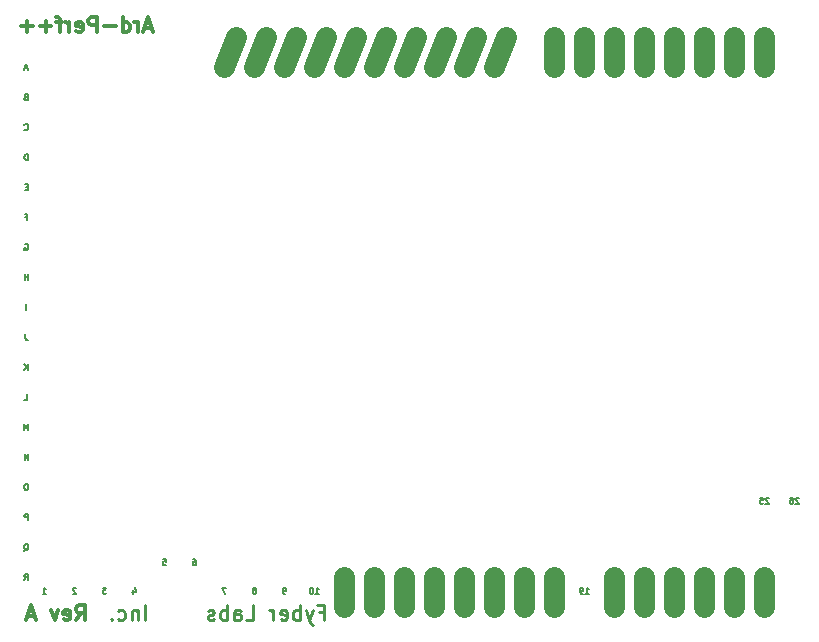
<source format=gbr>
G04 #@! TF.FileFunction,Legend,Bot*
%FSLAX46Y46*%
G04 Gerber Fmt 4.6, Leading zero omitted, Abs format (unit mm)*
G04 Created by KiCad (PCBNEW 4.0.2-stable) date 5/9/2017 3:48:31 PM*
%MOMM*%
G01*
G04 APERTURE LIST*
%ADD10C,0.100000*%
%ADD11C,0.300000*%
%ADD12C,0.254000*%
%ADD13C,0.127000*%
%ADD14C,1.750000*%
G04 APERTURE END LIST*
D10*
D11*
X116217095Y-124907524D02*
X116640428Y-124302762D01*
X116942809Y-124907524D02*
X116942809Y-123637524D01*
X116459000Y-123637524D01*
X116338047Y-123698000D01*
X116277571Y-123758476D01*
X116217095Y-123879429D01*
X116217095Y-124060857D01*
X116277571Y-124181810D01*
X116338047Y-124242286D01*
X116459000Y-124302762D01*
X116942809Y-124302762D01*
X115189000Y-124847048D02*
X115309952Y-124907524D01*
X115551857Y-124907524D01*
X115672809Y-124847048D01*
X115733285Y-124726095D01*
X115733285Y-124242286D01*
X115672809Y-124121333D01*
X115551857Y-124060857D01*
X115309952Y-124060857D01*
X115189000Y-124121333D01*
X115128523Y-124242286D01*
X115128523Y-124363238D01*
X115733285Y-124484190D01*
X114705190Y-124060857D02*
X114402809Y-124907524D01*
X114100429Y-124060857D01*
X112709476Y-124544667D02*
X112104714Y-124544667D01*
X112830429Y-124907524D02*
X112407095Y-123637524D01*
X111983762Y-124907524D01*
D12*
X122071190Y-124907524D02*
X122071190Y-123637524D01*
X121466428Y-124060857D02*
X121466428Y-124907524D01*
X121466428Y-124181810D02*
X121405952Y-124121333D01*
X121284999Y-124060857D01*
X121103571Y-124060857D01*
X120982619Y-124121333D01*
X120922142Y-124242286D01*
X120922142Y-124907524D01*
X119773094Y-124847048D02*
X119894047Y-124907524D01*
X120135951Y-124907524D01*
X120256904Y-124847048D01*
X120317380Y-124786571D01*
X120377856Y-124665619D01*
X120377856Y-124302762D01*
X120317380Y-124181810D01*
X120256904Y-124121333D01*
X120135951Y-124060857D01*
X119894047Y-124060857D01*
X119773094Y-124121333D01*
X119228809Y-124786571D02*
X119168333Y-124847048D01*
X119228809Y-124907524D01*
X119289285Y-124847048D01*
X119228809Y-124786571D01*
X119228809Y-124907524D01*
X136809238Y-124242286D02*
X137232571Y-124242286D01*
X137232571Y-124907524D02*
X137232571Y-123637524D01*
X136627809Y-123637524D01*
X136264952Y-124060857D02*
X135962571Y-124907524D01*
X135660191Y-124060857D02*
X135962571Y-124907524D01*
X136083524Y-125209905D01*
X136144000Y-125270381D01*
X136264952Y-125330857D01*
X135176381Y-124907524D02*
X135176381Y-123637524D01*
X135176381Y-124121333D02*
X135055429Y-124060857D01*
X134813524Y-124060857D01*
X134692572Y-124121333D01*
X134632095Y-124181810D01*
X134571619Y-124302762D01*
X134571619Y-124665619D01*
X134632095Y-124786571D01*
X134692572Y-124847048D01*
X134813524Y-124907524D01*
X135055429Y-124907524D01*
X135176381Y-124847048D01*
X133543524Y-124847048D02*
X133664476Y-124907524D01*
X133906381Y-124907524D01*
X134027333Y-124847048D01*
X134087809Y-124726095D01*
X134087809Y-124242286D01*
X134027333Y-124121333D01*
X133906381Y-124060857D01*
X133664476Y-124060857D01*
X133543524Y-124121333D01*
X133483047Y-124242286D01*
X133483047Y-124363238D01*
X134087809Y-124484190D01*
X132938762Y-124907524D02*
X132938762Y-124060857D01*
X132938762Y-124302762D02*
X132878286Y-124181810D01*
X132817810Y-124121333D01*
X132696857Y-124060857D01*
X132575905Y-124060857D01*
X130580191Y-124907524D02*
X131184953Y-124907524D01*
X131184953Y-123637524D01*
X129612572Y-124907524D02*
X129612572Y-124242286D01*
X129673049Y-124121333D01*
X129794001Y-124060857D01*
X130035906Y-124060857D01*
X130156858Y-124121333D01*
X129612572Y-124847048D02*
X129733525Y-124907524D01*
X130035906Y-124907524D01*
X130156858Y-124847048D01*
X130217334Y-124726095D01*
X130217334Y-124605143D01*
X130156858Y-124484190D01*
X130035906Y-124423714D01*
X129733525Y-124423714D01*
X129612572Y-124363238D01*
X129007810Y-124907524D02*
X129007810Y-123637524D01*
X129007810Y-124121333D02*
X128886858Y-124060857D01*
X128644953Y-124060857D01*
X128524001Y-124121333D01*
X128463524Y-124181810D01*
X128403048Y-124302762D01*
X128403048Y-124665619D01*
X128463524Y-124786571D01*
X128524001Y-124847048D01*
X128644953Y-124907524D01*
X128886858Y-124907524D01*
X129007810Y-124847048D01*
X127919238Y-124847048D02*
X127798286Y-124907524D01*
X127556381Y-124907524D01*
X127435429Y-124847048D01*
X127374953Y-124726095D01*
X127374953Y-124665619D01*
X127435429Y-124544667D01*
X127556381Y-124484190D01*
X127737810Y-124484190D01*
X127858762Y-124423714D01*
X127919238Y-124302762D01*
X127919238Y-124242286D01*
X127858762Y-124121333D01*
X127737810Y-124060857D01*
X127556381Y-124060857D01*
X127435429Y-124121333D01*
D13*
X174885048Y-114578190D02*
X174860858Y-114554000D01*
X174812477Y-114529810D01*
X174691524Y-114529810D01*
X174643143Y-114554000D01*
X174618953Y-114578190D01*
X174594762Y-114626571D01*
X174594762Y-114674952D01*
X174618953Y-114747524D01*
X174909239Y-115037810D01*
X174594762Y-115037810D01*
X174135143Y-114529810D02*
X174377048Y-114529810D01*
X174401238Y-114771714D01*
X174377048Y-114747524D01*
X174328667Y-114723333D01*
X174207714Y-114723333D01*
X174159333Y-114747524D01*
X174135143Y-114771714D01*
X174110952Y-114820095D01*
X174110952Y-114941048D01*
X174135143Y-114989429D01*
X174159333Y-115013619D01*
X174207714Y-115037810D01*
X174328667Y-115037810D01*
X174377048Y-115013619D01*
X174401238Y-114989429D01*
D11*
X122657808Y-74760667D02*
X122053046Y-74760667D01*
X122778761Y-75123524D02*
X122355427Y-73853524D01*
X121932094Y-75123524D01*
X121508761Y-75123524D02*
X121508761Y-74276857D01*
X121508761Y-74518762D02*
X121448285Y-74397810D01*
X121387809Y-74337333D01*
X121266856Y-74276857D01*
X121145904Y-74276857D01*
X120178285Y-75123524D02*
X120178285Y-73853524D01*
X120178285Y-75063048D02*
X120299238Y-75123524D01*
X120541142Y-75123524D01*
X120662095Y-75063048D01*
X120722571Y-75002571D01*
X120783047Y-74881619D01*
X120783047Y-74518762D01*
X120722571Y-74397810D01*
X120662095Y-74337333D01*
X120541142Y-74276857D01*
X120299238Y-74276857D01*
X120178285Y-74337333D01*
X119573523Y-74639714D02*
X118605904Y-74639714D01*
X118001142Y-75123524D02*
X118001142Y-73853524D01*
X117517333Y-73853524D01*
X117396380Y-73914000D01*
X117335904Y-73974476D01*
X117275428Y-74095429D01*
X117275428Y-74276857D01*
X117335904Y-74397810D01*
X117396380Y-74458286D01*
X117517333Y-74518762D01*
X118001142Y-74518762D01*
X116247333Y-75063048D02*
X116368285Y-75123524D01*
X116610190Y-75123524D01*
X116731142Y-75063048D01*
X116791618Y-74942095D01*
X116791618Y-74458286D01*
X116731142Y-74337333D01*
X116610190Y-74276857D01*
X116368285Y-74276857D01*
X116247333Y-74337333D01*
X116186856Y-74458286D01*
X116186856Y-74579238D01*
X116791618Y-74700190D01*
X115642571Y-75123524D02*
X115642571Y-74276857D01*
X115642571Y-74518762D02*
X115582095Y-74397810D01*
X115521619Y-74337333D01*
X115400666Y-74276857D01*
X115279714Y-74276857D01*
X115037810Y-74276857D02*
X114554000Y-74276857D01*
X114856381Y-75123524D02*
X114856381Y-74034952D01*
X114795905Y-73914000D01*
X114674952Y-73853524D01*
X114554000Y-73853524D01*
X114130667Y-74639714D02*
X113163048Y-74639714D01*
X113646858Y-75123524D02*
X113646858Y-74155905D01*
X112558286Y-74639714D02*
X111590667Y-74639714D01*
X112074477Y-75123524D02*
X112074477Y-74155905D01*
D14*
X174498000Y-78105000D02*
X174498000Y-75565000D01*
X171958000Y-78105000D02*
X171958000Y-75565000D01*
X169418000Y-78105000D02*
X169418000Y-75565000D01*
X166878000Y-78105000D02*
X166878000Y-75565000D01*
X164338000Y-78105000D02*
X164338000Y-75565000D01*
X161798000Y-78105000D02*
X161798000Y-75565000D01*
X159258000Y-78105000D02*
X159258000Y-75565000D01*
X156718000Y-78105000D02*
X156718000Y-75565000D01*
X151638000Y-78105000D02*
X152654000Y-75565000D01*
X149098000Y-78105000D02*
X150114000Y-75565000D01*
X146558000Y-78105000D02*
X147574000Y-75565000D01*
X144018000Y-78105000D02*
X145034000Y-75565000D01*
X141478000Y-78105000D02*
X142494000Y-75565000D01*
X139954000Y-75565000D02*
X138938000Y-78105000D01*
X136398000Y-78105000D02*
X137414000Y-75565000D01*
X134874000Y-75565000D02*
X133858000Y-78105000D01*
X132334000Y-75565000D02*
X131318000Y-78105000D01*
X129794000Y-75565000D02*
X128778000Y-78105000D01*
X174498000Y-123825000D02*
X174498000Y-121285000D01*
X171958000Y-123825000D02*
X171958000Y-121285000D01*
X169418000Y-123825000D02*
X169418000Y-121285000D01*
X166878000Y-123825000D02*
X166878000Y-121285000D01*
X164338000Y-123825000D02*
X164338000Y-121285000D01*
X161798000Y-123825000D02*
X161798000Y-121285000D01*
X156718000Y-123825000D02*
X156718000Y-121285000D01*
X154178000Y-123825000D02*
X154178000Y-121285000D01*
X151638000Y-123825000D02*
X151638000Y-121285000D01*
X149098000Y-123825000D02*
X149098000Y-121285000D01*
X146558000Y-123825000D02*
X146558000Y-121285000D01*
X144018000Y-123825000D02*
X144018000Y-121285000D01*
X141478000Y-123825000D02*
X141478000Y-121285000D01*
X138938000Y-123825000D02*
X138938000Y-121285000D01*
D13*
X177425048Y-114578190D02*
X177400858Y-114554000D01*
X177352477Y-114529810D01*
X177231524Y-114529810D01*
X177183143Y-114554000D01*
X177158953Y-114578190D01*
X177134762Y-114626571D01*
X177134762Y-114674952D01*
X177158953Y-114747524D01*
X177449239Y-115037810D01*
X177134762Y-115037810D01*
X176699333Y-114529810D02*
X176796095Y-114529810D01*
X176844476Y-114554000D01*
X176868667Y-114578190D01*
X176917048Y-114650762D01*
X176941238Y-114747524D01*
X176941238Y-114941048D01*
X176917048Y-114989429D01*
X176892857Y-115013619D01*
X176844476Y-115037810D01*
X176747714Y-115037810D01*
X176699333Y-115013619D01*
X176675143Y-114989429D01*
X176650952Y-114941048D01*
X176650952Y-114820095D01*
X176675143Y-114771714D01*
X176699333Y-114747524D01*
X176747714Y-114723333D01*
X176844476Y-114723333D01*
X176892857Y-114747524D01*
X176917048Y-114771714D01*
X176941238Y-114820095D01*
X174885048Y-122198190D02*
X174860858Y-122174000D01*
X174812477Y-122149810D01*
X174691524Y-122149810D01*
X174643143Y-122174000D01*
X174618953Y-122198190D01*
X174594762Y-122246571D01*
X174594762Y-122294952D01*
X174618953Y-122367524D01*
X174909239Y-122657810D01*
X174594762Y-122657810D01*
X174135143Y-122149810D02*
X174377048Y-122149810D01*
X174401238Y-122391714D01*
X174377048Y-122367524D01*
X174328667Y-122343333D01*
X174207714Y-122343333D01*
X174159333Y-122367524D01*
X174135143Y-122391714D01*
X174110952Y-122440095D01*
X174110952Y-122561048D01*
X174135143Y-122609429D01*
X174159333Y-122633619D01*
X174207714Y-122657810D01*
X174328667Y-122657810D01*
X174377048Y-122633619D01*
X174401238Y-122609429D01*
X172345048Y-122198190D02*
X172320858Y-122174000D01*
X172272477Y-122149810D01*
X172151524Y-122149810D01*
X172103143Y-122174000D01*
X172078953Y-122198190D01*
X172054762Y-122246571D01*
X172054762Y-122294952D01*
X172078953Y-122367524D01*
X172369239Y-122657810D01*
X172054762Y-122657810D01*
X171619333Y-122319143D02*
X171619333Y-122657810D01*
X171740286Y-122125619D02*
X171861238Y-122488476D01*
X171546762Y-122488476D01*
X169805048Y-122198190D02*
X169780858Y-122174000D01*
X169732477Y-122149810D01*
X169611524Y-122149810D01*
X169563143Y-122174000D01*
X169538953Y-122198190D01*
X169514762Y-122246571D01*
X169514762Y-122294952D01*
X169538953Y-122367524D01*
X169829239Y-122657810D01*
X169514762Y-122657810D01*
X169345429Y-122149810D02*
X169030952Y-122149810D01*
X169200286Y-122343333D01*
X169127714Y-122343333D01*
X169079333Y-122367524D01*
X169055143Y-122391714D01*
X169030952Y-122440095D01*
X169030952Y-122561048D01*
X169055143Y-122609429D01*
X169079333Y-122633619D01*
X169127714Y-122657810D01*
X169272857Y-122657810D01*
X169321238Y-122633619D01*
X169345429Y-122609429D01*
X167265048Y-122198190D02*
X167240858Y-122174000D01*
X167192477Y-122149810D01*
X167071524Y-122149810D01*
X167023143Y-122174000D01*
X166998953Y-122198190D01*
X166974762Y-122246571D01*
X166974762Y-122294952D01*
X166998953Y-122367524D01*
X167289239Y-122657810D01*
X166974762Y-122657810D01*
X166781238Y-122198190D02*
X166757048Y-122174000D01*
X166708667Y-122149810D01*
X166587714Y-122149810D01*
X166539333Y-122174000D01*
X166515143Y-122198190D01*
X166490952Y-122246571D01*
X166490952Y-122294952D01*
X166515143Y-122367524D01*
X166805429Y-122657810D01*
X166490952Y-122657810D01*
X164725048Y-122198190D02*
X164700858Y-122174000D01*
X164652477Y-122149810D01*
X164531524Y-122149810D01*
X164483143Y-122174000D01*
X164458953Y-122198190D01*
X164434762Y-122246571D01*
X164434762Y-122294952D01*
X164458953Y-122367524D01*
X164749239Y-122657810D01*
X164434762Y-122657810D01*
X163950952Y-122657810D02*
X164241238Y-122657810D01*
X164096095Y-122657810D02*
X164096095Y-122149810D01*
X164144476Y-122222381D01*
X164192857Y-122270762D01*
X164241238Y-122294952D01*
X162185048Y-122198190D02*
X162160858Y-122174000D01*
X162112477Y-122149810D01*
X161991524Y-122149810D01*
X161943143Y-122174000D01*
X161918953Y-122198190D01*
X161894762Y-122246571D01*
X161894762Y-122294952D01*
X161918953Y-122367524D01*
X162209239Y-122657810D01*
X161894762Y-122657810D01*
X161580286Y-122149810D02*
X161531905Y-122149810D01*
X161483524Y-122174000D01*
X161459333Y-122198190D01*
X161435143Y-122246571D01*
X161410952Y-122343333D01*
X161410952Y-122464286D01*
X161435143Y-122561048D01*
X161459333Y-122609429D01*
X161483524Y-122633619D01*
X161531905Y-122657810D01*
X161580286Y-122657810D01*
X161628667Y-122633619D01*
X161652857Y-122609429D01*
X161677048Y-122561048D01*
X161701238Y-122464286D01*
X161701238Y-122343333D01*
X161677048Y-122246571D01*
X161652857Y-122198190D01*
X161628667Y-122174000D01*
X161580286Y-122149810D01*
X159354762Y-122657810D02*
X159645048Y-122657810D01*
X159499905Y-122657810D02*
X159499905Y-122149810D01*
X159548286Y-122222381D01*
X159596667Y-122270762D01*
X159645048Y-122294952D01*
X159112857Y-122657810D02*
X159016095Y-122657810D01*
X158967714Y-122633619D01*
X158943524Y-122609429D01*
X158895143Y-122536857D01*
X158870952Y-122440095D01*
X158870952Y-122246571D01*
X158895143Y-122198190D01*
X158919333Y-122174000D01*
X158967714Y-122149810D01*
X159064476Y-122149810D01*
X159112857Y-122174000D01*
X159137048Y-122198190D01*
X159161238Y-122246571D01*
X159161238Y-122367524D01*
X159137048Y-122415905D01*
X159112857Y-122440095D01*
X159064476Y-122464286D01*
X158967714Y-122464286D01*
X158919333Y-122440095D01*
X158895143Y-122415905D01*
X158870952Y-122367524D01*
X156814762Y-122657810D02*
X157105048Y-122657810D01*
X156959905Y-122657810D02*
X156959905Y-122149810D01*
X157008286Y-122222381D01*
X157056667Y-122270762D01*
X157105048Y-122294952D01*
X156524476Y-122367524D02*
X156572857Y-122343333D01*
X156597048Y-122319143D01*
X156621238Y-122270762D01*
X156621238Y-122246571D01*
X156597048Y-122198190D01*
X156572857Y-122174000D01*
X156524476Y-122149810D01*
X156427714Y-122149810D01*
X156379333Y-122174000D01*
X156355143Y-122198190D01*
X156330952Y-122246571D01*
X156330952Y-122270762D01*
X156355143Y-122319143D01*
X156379333Y-122343333D01*
X156427714Y-122367524D01*
X156524476Y-122367524D01*
X156572857Y-122391714D01*
X156597048Y-122415905D01*
X156621238Y-122464286D01*
X156621238Y-122561048D01*
X156597048Y-122609429D01*
X156572857Y-122633619D01*
X156524476Y-122657810D01*
X156427714Y-122657810D01*
X156379333Y-122633619D01*
X156355143Y-122609429D01*
X156330952Y-122561048D01*
X156330952Y-122464286D01*
X156355143Y-122415905D01*
X156379333Y-122391714D01*
X156427714Y-122367524D01*
X154274762Y-122657810D02*
X154565048Y-122657810D01*
X154419905Y-122657810D02*
X154419905Y-122149810D01*
X154468286Y-122222381D01*
X154516667Y-122270762D01*
X154565048Y-122294952D01*
X154105429Y-122149810D02*
X153766762Y-122149810D01*
X153984476Y-122657810D01*
X151734762Y-122657810D02*
X152025048Y-122657810D01*
X151879905Y-122657810D02*
X151879905Y-122149810D01*
X151928286Y-122222381D01*
X151976667Y-122270762D01*
X152025048Y-122294952D01*
X151299333Y-122149810D02*
X151396095Y-122149810D01*
X151444476Y-122174000D01*
X151468667Y-122198190D01*
X151517048Y-122270762D01*
X151541238Y-122367524D01*
X151541238Y-122561048D01*
X151517048Y-122609429D01*
X151492857Y-122633619D01*
X151444476Y-122657810D01*
X151347714Y-122657810D01*
X151299333Y-122633619D01*
X151275143Y-122609429D01*
X151250952Y-122561048D01*
X151250952Y-122440095D01*
X151275143Y-122391714D01*
X151299333Y-122367524D01*
X151347714Y-122343333D01*
X151444476Y-122343333D01*
X151492857Y-122367524D01*
X151517048Y-122391714D01*
X151541238Y-122440095D01*
X149194762Y-122657810D02*
X149485048Y-122657810D01*
X149339905Y-122657810D02*
X149339905Y-122149810D01*
X149388286Y-122222381D01*
X149436667Y-122270762D01*
X149485048Y-122294952D01*
X148735143Y-122149810D02*
X148977048Y-122149810D01*
X149001238Y-122391714D01*
X148977048Y-122367524D01*
X148928667Y-122343333D01*
X148807714Y-122343333D01*
X148759333Y-122367524D01*
X148735143Y-122391714D01*
X148710952Y-122440095D01*
X148710952Y-122561048D01*
X148735143Y-122609429D01*
X148759333Y-122633619D01*
X148807714Y-122657810D01*
X148928667Y-122657810D01*
X148977048Y-122633619D01*
X149001238Y-122609429D01*
X146654762Y-122657810D02*
X146945048Y-122657810D01*
X146799905Y-122657810D02*
X146799905Y-122149810D01*
X146848286Y-122222381D01*
X146896667Y-122270762D01*
X146945048Y-122294952D01*
X146219333Y-122319143D02*
X146219333Y-122657810D01*
X146340286Y-122125619D02*
X146461238Y-122488476D01*
X146146762Y-122488476D01*
X144114762Y-122657810D02*
X144405048Y-122657810D01*
X144259905Y-122657810D02*
X144259905Y-122149810D01*
X144308286Y-122222381D01*
X144356667Y-122270762D01*
X144405048Y-122294952D01*
X143945429Y-122149810D02*
X143630952Y-122149810D01*
X143800286Y-122343333D01*
X143727714Y-122343333D01*
X143679333Y-122367524D01*
X143655143Y-122391714D01*
X143630952Y-122440095D01*
X143630952Y-122561048D01*
X143655143Y-122609429D01*
X143679333Y-122633619D01*
X143727714Y-122657810D01*
X143872857Y-122657810D01*
X143921238Y-122633619D01*
X143945429Y-122609429D01*
X141574762Y-122657810D02*
X141865048Y-122657810D01*
X141719905Y-122657810D02*
X141719905Y-122149810D01*
X141768286Y-122222381D01*
X141816667Y-122270762D01*
X141865048Y-122294952D01*
X141381238Y-122198190D02*
X141357048Y-122174000D01*
X141308667Y-122149810D01*
X141187714Y-122149810D01*
X141139333Y-122174000D01*
X141115143Y-122198190D01*
X141090952Y-122246571D01*
X141090952Y-122294952D01*
X141115143Y-122367524D01*
X141405429Y-122657810D01*
X141090952Y-122657810D01*
X139034762Y-122657810D02*
X139325048Y-122657810D01*
X139179905Y-122657810D02*
X139179905Y-122149810D01*
X139228286Y-122222381D01*
X139276667Y-122270762D01*
X139325048Y-122294952D01*
X138550952Y-122657810D02*
X138841238Y-122657810D01*
X138696095Y-122657810D02*
X138696095Y-122149810D01*
X138744476Y-122222381D01*
X138792857Y-122270762D01*
X138841238Y-122294952D01*
X136494762Y-122657810D02*
X136785048Y-122657810D01*
X136639905Y-122657810D02*
X136639905Y-122149810D01*
X136688286Y-122222381D01*
X136736667Y-122270762D01*
X136785048Y-122294952D01*
X136180286Y-122149810D02*
X136131905Y-122149810D01*
X136083524Y-122174000D01*
X136059333Y-122198190D01*
X136035143Y-122246571D01*
X136010952Y-122343333D01*
X136010952Y-122464286D01*
X136035143Y-122561048D01*
X136059333Y-122609429D01*
X136083524Y-122633619D01*
X136131905Y-122657810D01*
X136180286Y-122657810D01*
X136228667Y-122633619D01*
X136252857Y-122609429D01*
X136277048Y-122561048D01*
X136301238Y-122464286D01*
X136301238Y-122343333D01*
X136277048Y-122246571D01*
X136252857Y-122198190D01*
X136228667Y-122174000D01*
X136180286Y-122149810D01*
X133954762Y-122657810D02*
X133858000Y-122657810D01*
X133809619Y-122633619D01*
X133785429Y-122609429D01*
X133737048Y-122536857D01*
X133712857Y-122440095D01*
X133712857Y-122246571D01*
X133737048Y-122198190D01*
X133761238Y-122174000D01*
X133809619Y-122149810D01*
X133906381Y-122149810D01*
X133954762Y-122174000D01*
X133978953Y-122198190D01*
X134003143Y-122246571D01*
X134003143Y-122367524D01*
X133978953Y-122415905D01*
X133954762Y-122440095D01*
X133906381Y-122464286D01*
X133809619Y-122464286D01*
X133761238Y-122440095D01*
X133737048Y-122415905D01*
X133712857Y-122367524D01*
X131366381Y-122367524D02*
X131414762Y-122343333D01*
X131438953Y-122319143D01*
X131463143Y-122270762D01*
X131463143Y-122246571D01*
X131438953Y-122198190D01*
X131414762Y-122174000D01*
X131366381Y-122149810D01*
X131269619Y-122149810D01*
X131221238Y-122174000D01*
X131197048Y-122198190D01*
X131172857Y-122246571D01*
X131172857Y-122270762D01*
X131197048Y-122319143D01*
X131221238Y-122343333D01*
X131269619Y-122367524D01*
X131366381Y-122367524D01*
X131414762Y-122391714D01*
X131438953Y-122415905D01*
X131463143Y-122464286D01*
X131463143Y-122561048D01*
X131438953Y-122609429D01*
X131414762Y-122633619D01*
X131366381Y-122657810D01*
X131269619Y-122657810D01*
X131221238Y-122633619D01*
X131197048Y-122609429D01*
X131172857Y-122561048D01*
X131172857Y-122464286D01*
X131197048Y-122415905D01*
X131221238Y-122391714D01*
X131269619Y-122367524D01*
X128947334Y-122149810D02*
X128608667Y-122149810D01*
X128826381Y-122657810D01*
X126141238Y-119736810D02*
X126238000Y-119736810D01*
X126286381Y-119761000D01*
X126310572Y-119785190D01*
X126358953Y-119857762D01*
X126383143Y-119954524D01*
X126383143Y-120148048D01*
X126358953Y-120196429D01*
X126334762Y-120220619D01*
X126286381Y-120244810D01*
X126189619Y-120244810D01*
X126141238Y-120220619D01*
X126117048Y-120196429D01*
X126092857Y-120148048D01*
X126092857Y-120027095D01*
X126117048Y-119978714D01*
X126141238Y-119954524D01*
X126189619Y-119930333D01*
X126286381Y-119930333D01*
X126334762Y-119954524D01*
X126358953Y-119978714D01*
X126383143Y-120027095D01*
X123577048Y-119736810D02*
X123818953Y-119736810D01*
X123843143Y-119978714D01*
X123818953Y-119954524D01*
X123770572Y-119930333D01*
X123649619Y-119930333D01*
X123601238Y-119954524D01*
X123577048Y-119978714D01*
X123552857Y-120027095D01*
X123552857Y-120148048D01*
X123577048Y-120196429D01*
X123601238Y-120220619D01*
X123649619Y-120244810D01*
X123770572Y-120244810D01*
X123818953Y-120220619D01*
X123843143Y-120196429D01*
X121061238Y-122319143D02*
X121061238Y-122657810D01*
X121182191Y-122125619D02*
X121303143Y-122488476D01*
X120988667Y-122488476D01*
X118787334Y-122149810D02*
X118472857Y-122149810D01*
X118642191Y-122343333D01*
X118569619Y-122343333D01*
X118521238Y-122367524D01*
X118497048Y-122391714D01*
X118472857Y-122440095D01*
X118472857Y-122561048D01*
X118497048Y-122609429D01*
X118521238Y-122633619D01*
X118569619Y-122657810D01*
X118714762Y-122657810D01*
X118763143Y-122633619D01*
X118787334Y-122609429D01*
X116223143Y-122198190D02*
X116198953Y-122174000D01*
X116150572Y-122149810D01*
X116029619Y-122149810D01*
X115981238Y-122174000D01*
X115957048Y-122198190D01*
X115932857Y-122246571D01*
X115932857Y-122294952D01*
X115957048Y-122367524D01*
X116247334Y-122657810D01*
X115932857Y-122657810D01*
X113392857Y-122657810D02*
X113683143Y-122657810D01*
X113538000Y-122657810D02*
X113538000Y-122149810D01*
X113586381Y-122222381D01*
X113634762Y-122270762D01*
X113683143Y-122294952D01*
X111941429Y-100686810D02*
X111941429Y-101049667D01*
X111965619Y-101122238D01*
X112014000Y-101170619D01*
X112086572Y-101194810D01*
X112134953Y-101194810D01*
X111941428Y-90768714D02*
X112110762Y-90768714D01*
X112110762Y-91034810D02*
X112110762Y-90526810D01*
X111868857Y-90526810D01*
X111880952Y-93091000D02*
X111929333Y-93066810D01*
X112001905Y-93066810D01*
X112074476Y-93091000D01*
X112122857Y-93139381D01*
X112147048Y-93187762D01*
X112171238Y-93284524D01*
X112171238Y-93357095D01*
X112147048Y-93453857D01*
X112122857Y-93502238D01*
X112074476Y-93550619D01*
X112001905Y-93574810D01*
X111953524Y-93574810D01*
X111880952Y-93550619D01*
X111856762Y-93526429D01*
X111856762Y-93357095D01*
X111953524Y-93357095D01*
X112014000Y-98654810D02*
X112014000Y-98146810D01*
X112159143Y-96114810D02*
X112159143Y-95606810D01*
X112159143Y-95848714D02*
X111868857Y-95848714D01*
X111868857Y-96114810D02*
X111868857Y-95606810D01*
X112122857Y-88228714D02*
X111953523Y-88228714D01*
X111880952Y-88494810D02*
X112122857Y-88494810D01*
X112122857Y-87986810D01*
X111880952Y-87986810D01*
X111856762Y-83366429D02*
X111880952Y-83390619D01*
X111953524Y-83414810D01*
X112001905Y-83414810D01*
X112074476Y-83390619D01*
X112122857Y-83342238D01*
X112147048Y-83293857D01*
X112171238Y-83197095D01*
X112171238Y-83124524D01*
X112147048Y-83027762D01*
X112122857Y-82979381D01*
X112074476Y-82931000D01*
X112001905Y-82906810D01*
X111953524Y-82906810D01*
X111880952Y-82931000D01*
X111856762Y-82955190D01*
X111977714Y-80608714D02*
X111905143Y-80632905D01*
X111880952Y-80657095D01*
X111856762Y-80705476D01*
X111856762Y-80778048D01*
X111880952Y-80826429D01*
X111905143Y-80850619D01*
X111953524Y-80874810D01*
X112147048Y-80874810D01*
X112147048Y-80366810D01*
X111977714Y-80366810D01*
X111929333Y-80391000D01*
X111905143Y-80415190D01*
X111880952Y-80463571D01*
X111880952Y-80511952D01*
X111905143Y-80560333D01*
X111929333Y-80584524D01*
X111977714Y-80608714D01*
X112147048Y-80608714D01*
X112147048Y-85954810D02*
X112147048Y-85446810D01*
X112026095Y-85446810D01*
X111953524Y-85471000D01*
X111905143Y-85519381D01*
X111880952Y-85567762D01*
X111856762Y-85664524D01*
X111856762Y-85737095D01*
X111880952Y-85833857D01*
X111905143Y-85882238D01*
X111953524Y-85930619D01*
X112026095Y-85954810D01*
X112147048Y-85954810D01*
X112134952Y-78189667D02*
X111893047Y-78189667D01*
X112183333Y-78334810D02*
X112014000Y-77826810D01*
X111844666Y-78334810D01*
X112062381Y-113386810D02*
X111965619Y-113386810D01*
X111917238Y-113411000D01*
X111868857Y-113459381D01*
X111844666Y-113556143D01*
X111844666Y-113725476D01*
X111868857Y-113822238D01*
X111917238Y-113870619D01*
X111965619Y-113894810D01*
X112062381Y-113894810D01*
X112110762Y-113870619D01*
X112159143Y-113822238D01*
X112183333Y-113725476D01*
X112183333Y-113556143D01*
X112159143Y-113459381D01*
X112110762Y-113411000D01*
X112062381Y-113386810D01*
X112183333Y-108814810D02*
X112183333Y-108306810D01*
X112013999Y-108669667D01*
X111844666Y-108306810D01*
X111844666Y-108814810D01*
X111856762Y-106274810D02*
X112098667Y-106274810D01*
X112098667Y-105766810D01*
X112147048Y-103734810D02*
X112147048Y-103226810D01*
X111856762Y-103734810D02*
X112074476Y-103444524D01*
X111856762Y-103226810D02*
X112147048Y-103517095D01*
X112159143Y-111354810D02*
X112159143Y-110846810D01*
X111868857Y-111354810D01*
X111868857Y-110846810D01*
X111856762Y-121514810D02*
X112026095Y-121272905D01*
X112147048Y-121514810D02*
X112147048Y-121006810D01*
X111953524Y-121006810D01*
X111905143Y-121031000D01*
X111880952Y-121055190D01*
X111856762Y-121103571D01*
X111856762Y-121176143D01*
X111880952Y-121224524D01*
X111905143Y-121248714D01*
X111953524Y-121272905D01*
X112147048Y-121272905D01*
X112147048Y-116434810D02*
X112147048Y-115926810D01*
X111953524Y-115926810D01*
X111905143Y-115951000D01*
X111880952Y-115975190D01*
X111856762Y-116023571D01*
X111856762Y-116096143D01*
X111880952Y-116144524D01*
X111905143Y-116168714D01*
X111953524Y-116192905D01*
X112147048Y-116192905D01*
X111820476Y-119023190D02*
X111868857Y-118999000D01*
X111917238Y-118950619D01*
X111989809Y-118878048D01*
X112038190Y-118853857D01*
X112086571Y-118853857D01*
X112062381Y-118974810D02*
X112110762Y-118950619D01*
X112159143Y-118902238D01*
X112183333Y-118805476D01*
X112183333Y-118636143D01*
X112159143Y-118539381D01*
X112110762Y-118491000D01*
X112062381Y-118466810D01*
X111965619Y-118466810D01*
X111917238Y-118491000D01*
X111868857Y-118539381D01*
X111844666Y-118636143D01*
X111844666Y-118805476D01*
X111868857Y-118902238D01*
X111917238Y-118950619D01*
X111965619Y-118974810D01*
X112062381Y-118974810D01*
M02*

</source>
